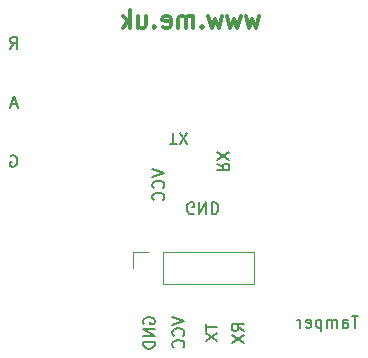
<source format=gbr>
%TF.GenerationSoftware,KiCad,Pcbnew,(5.1.9-0-10_14)*%
%TF.CreationDate,2021-04-13T15:10:33+01:00*%
%TF.ProjectId,PN532,504e3533-322e-46b6-9963-61645f706362,rev?*%
%TF.SameCoordinates,Original*%
%TF.FileFunction,Legend,Bot*%
%TF.FilePolarity,Positive*%
%FSLAX46Y46*%
G04 Gerber Fmt 4.6, Leading zero omitted, Abs format (unit mm)*
G04 Created by KiCad (PCBNEW (5.1.9-0-10_14)) date 2021-04-13 15:10:33*
%MOMM*%
%LPD*%
G01*
G04 APERTURE LIST*
%ADD10C,0.150000*%
%ADD11C,0.300000*%
%ADD12C,0.120000*%
G04 APERTURE END LIST*
D10*
X135195238Y-91052380D02*
X134623809Y-91052380D01*
X134909523Y-92052380D02*
X134909523Y-91052380D01*
X133861904Y-92052380D02*
X133861904Y-91528571D01*
X133909523Y-91433333D01*
X134004761Y-91385714D01*
X134195238Y-91385714D01*
X134290476Y-91433333D01*
X133861904Y-92004761D02*
X133957142Y-92052380D01*
X134195238Y-92052380D01*
X134290476Y-92004761D01*
X134338095Y-91909523D01*
X134338095Y-91814285D01*
X134290476Y-91719047D01*
X134195238Y-91671428D01*
X133957142Y-91671428D01*
X133861904Y-91623809D01*
X133385714Y-92052380D02*
X133385714Y-91385714D01*
X133385714Y-91480952D02*
X133338095Y-91433333D01*
X133242857Y-91385714D01*
X133100000Y-91385714D01*
X133004761Y-91433333D01*
X132957142Y-91528571D01*
X132957142Y-92052380D01*
X132957142Y-91528571D02*
X132909523Y-91433333D01*
X132814285Y-91385714D01*
X132671428Y-91385714D01*
X132576190Y-91433333D01*
X132528571Y-91528571D01*
X132528571Y-92052380D01*
X132052380Y-91385714D02*
X132052380Y-92385714D01*
X132052380Y-91433333D02*
X131957142Y-91385714D01*
X131766666Y-91385714D01*
X131671428Y-91433333D01*
X131623809Y-91480952D01*
X131576190Y-91576190D01*
X131576190Y-91861904D01*
X131623809Y-91957142D01*
X131671428Y-92004761D01*
X131766666Y-92052380D01*
X131957142Y-92052380D01*
X132052380Y-92004761D01*
X130766666Y-92004761D02*
X130861904Y-92052380D01*
X131052380Y-92052380D01*
X131147619Y-92004761D01*
X131195238Y-91909523D01*
X131195238Y-91528571D01*
X131147619Y-91433333D01*
X131052380Y-91385714D01*
X130861904Y-91385714D01*
X130766666Y-91433333D01*
X130719047Y-91528571D01*
X130719047Y-91623809D01*
X131195238Y-91719047D01*
X130290476Y-92052380D02*
X130290476Y-91385714D01*
X130290476Y-91576190D02*
X130242857Y-91480952D01*
X130195238Y-91433333D01*
X130100000Y-91385714D01*
X130004761Y-91385714D01*
D11*
X126785714Y-65678571D02*
X126500000Y-66678571D01*
X126214285Y-65964285D01*
X125928571Y-66678571D01*
X125642857Y-65678571D01*
X125214285Y-65678571D02*
X124928571Y-66678571D01*
X124642857Y-65964285D01*
X124357142Y-66678571D01*
X124071428Y-65678571D01*
X123642857Y-65678571D02*
X123357142Y-66678571D01*
X123071428Y-65964285D01*
X122785714Y-66678571D01*
X122500000Y-65678571D01*
X121928571Y-66535714D02*
X121857142Y-66607142D01*
X121928571Y-66678571D01*
X122000000Y-66607142D01*
X121928571Y-66535714D01*
X121928571Y-66678571D01*
X121214285Y-66678571D02*
X121214285Y-65678571D01*
X121214285Y-65821428D02*
X121142857Y-65750000D01*
X121000000Y-65678571D01*
X120785714Y-65678571D01*
X120642857Y-65750000D01*
X120571428Y-65892857D01*
X120571428Y-66678571D01*
X120571428Y-65892857D02*
X120500000Y-65750000D01*
X120357142Y-65678571D01*
X120142857Y-65678571D01*
X120000000Y-65750000D01*
X119928571Y-65892857D01*
X119928571Y-66678571D01*
X118642857Y-66607142D02*
X118785714Y-66678571D01*
X119071428Y-66678571D01*
X119214285Y-66607142D01*
X119285714Y-66464285D01*
X119285714Y-65892857D01*
X119214285Y-65750000D01*
X119071428Y-65678571D01*
X118785714Y-65678571D01*
X118642857Y-65750000D01*
X118571428Y-65892857D01*
X118571428Y-66035714D01*
X119285714Y-66178571D01*
X117928571Y-66535714D02*
X117857142Y-66607142D01*
X117928571Y-66678571D01*
X118000000Y-66607142D01*
X117928571Y-66535714D01*
X117928571Y-66678571D01*
X116571428Y-65678571D02*
X116571428Y-66678571D01*
X117214285Y-65678571D02*
X117214285Y-66464285D01*
X117142857Y-66607142D01*
X117000000Y-66678571D01*
X116785714Y-66678571D01*
X116642857Y-66607142D01*
X116571428Y-66535714D01*
X115857142Y-66678571D02*
X115857142Y-65178571D01*
X115714285Y-66107142D02*
X115285714Y-66678571D01*
X115285714Y-65678571D02*
X115857142Y-66250000D01*
D10*
X123247619Y-78166666D02*
X123723809Y-78500000D01*
X123247619Y-78738095D02*
X124247619Y-78738095D01*
X124247619Y-78357142D01*
X124200000Y-78261904D01*
X124152380Y-78214285D01*
X124057142Y-78166666D01*
X123914285Y-78166666D01*
X123819047Y-78214285D01*
X123771428Y-78261904D01*
X123723809Y-78357142D01*
X123723809Y-78738095D01*
X124247619Y-77833333D02*
X123247619Y-77166666D01*
X124247619Y-77166666D02*
X123247619Y-77833333D01*
X119238095Y-76547619D02*
X119809523Y-76547619D01*
X119523809Y-75547619D02*
X119523809Y-76547619D01*
X120047619Y-76547619D02*
X120714285Y-75547619D01*
X120714285Y-76547619D02*
X120047619Y-75547619D01*
X117752380Y-78666666D02*
X118752380Y-79000000D01*
X117752380Y-79333333D01*
X118657142Y-80238095D02*
X118704761Y-80190476D01*
X118752380Y-80047619D01*
X118752380Y-79952380D01*
X118704761Y-79809523D01*
X118609523Y-79714285D01*
X118514285Y-79666666D01*
X118323809Y-79619047D01*
X118180952Y-79619047D01*
X117990476Y-79666666D01*
X117895238Y-79714285D01*
X117800000Y-79809523D01*
X117752380Y-79952380D01*
X117752380Y-80047619D01*
X117800000Y-80190476D01*
X117847619Y-80238095D01*
X118657142Y-81238095D02*
X118704761Y-81190476D01*
X118752380Y-81047619D01*
X118752380Y-80952380D01*
X118704761Y-80809523D01*
X118609523Y-80714285D01*
X118514285Y-80666666D01*
X118323809Y-80619047D01*
X118180952Y-80619047D01*
X117990476Y-80666666D01*
X117895238Y-80714285D01*
X117800000Y-80809523D01*
X117752380Y-80952380D01*
X117752380Y-81047619D01*
X117800000Y-81190476D01*
X117847619Y-81238095D01*
X121238095Y-82400000D02*
X121142857Y-82447619D01*
X121000000Y-82447619D01*
X120857142Y-82400000D01*
X120761904Y-82304761D01*
X120714285Y-82209523D01*
X120666666Y-82019047D01*
X120666666Y-81876190D01*
X120714285Y-81685714D01*
X120761904Y-81590476D01*
X120857142Y-81495238D01*
X121000000Y-81447619D01*
X121095238Y-81447619D01*
X121238095Y-81495238D01*
X121285714Y-81542857D01*
X121285714Y-81876190D01*
X121095238Y-81876190D01*
X121714285Y-81447619D02*
X121714285Y-82447619D01*
X122285714Y-81447619D01*
X122285714Y-82447619D01*
X122761904Y-81447619D02*
X122761904Y-82447619D01*
X123000000Y-82447619D01*
X123142857Y-82400000D01*
X123238095Y-82304761D01*
X123285714Y-82209523D01*
X123333333Y-82019047D01*
X123333333Y-81876190D01*
X123285714Y-81685714D01*
X123238095Y-81590476D01*
X123142857Y-81495238D01*
X123000000Y-81447619D01*
X122761904Y-81447619D01*
X106238095Y-73166666D02*
X105761904Y-73166666D01*
X106333333Y-73452380D02*
X106000000Y-72452380D01*
X105666666Y-73452380D01*
X105738095Y-77500000D02*
X105833333Y-77452380D01*
X105976190Y-77452380D01*
X106119047Y-77500000D01*
X106214285Y-77595238D01*
X106261904Y-77690476D01*
X106309523Y-77880952D01*
X106309523Y-78023809D01*
X106261904Y-78214285D01*
X106214285Y-78309523D01*
X106119047Y-78404761D01*
X105976190Y-78452380D01*
X105880952Y-78452380D01*
X105738095Y-78404761D01*
X105690476Y-78357142D01*
X105690476Y-78023809D01*
X105880952Y-78023809D01*
X105690476Y-68452380D02*
X106023809Y-67976190D01*
X106261904Y-68452380D02*
X106261904Y-67452380D01*
X105880952Y-67452380D01*
X105785714Y-67500000D01*
X105738095Y-67547619D01*
X105690476Y-67642857D01*
X105690476Y-67785714D01*
X105738095Y-67880952D01*
X105785714Y-67928571D01*
X105880952Y-67976190D01*
X106261904Y-67976190D01*
X125482380Y-92333333D02*
X125006190Y-92000000D01*
X125482380Y-91761904D02*
X124482380Y-91761904D01*
X124482380Y-92142857D01*
X124530000Y-92238095D01*
X124577619Y-92285714D01*
X124672857Y-92333333D01*
X124815714Y-92333333D01*
X124910952Y-92285714D01*
X124958571Y-92238095D01*
X125006190Y-92142857D01*
X125006190Y-91761904D01*
X124482380Y-92666666D02*
X125482380Y-93333333D01*
X124482380Y-93333333D02*
X125482380Y-92666666D01*
X119452380Y-91166666D02*
X120452380Y-91500000D01*
X119452380Y-91833333D01*
X120357142Y-92738095D02*
X120404761Y-92690476D01*
X120452380Y-92547619D01*
X120452380Y-92452380D01*
X120404761Y-92309523D01*
X120309523Y-92214285D01*
X120214285Y-92166666D01*
X120023809Y-92119047D01*
X119880952Y-92119047D01*
X119690476Y-92166666D01*
X119595238Y-92214285D01*
X119500000Y-92309523D01*
X119452380Y-92452380D01*
X119452380Y-92547619D01*
X119500000Y-92690476D01*
X119547619Y-92738095D01*
X120357142Y-93738095D02*
X120404761Y-93690476D01*
X120452380Y-93547619D01*
X120452380Y-93452380D01*
X120404761Y-93309523D01*
X120309523Y-93214285D01*
X120214285Y-93166666D01*
X120023809Y-93119047D01*
X119880952Y-93119047D01*
X119690476Y-93166666D01*
X119595238Y-93214285D01*
X119500000Y-93309523D01*
X119452380Y-93452380D01*
X119452380Y-93547619D01*
X119500000Y-93690476D01*
X119547619Y-93738095D01*
X122262380Y-91738095D02*
X122262380Y-92309523D01*
X123262380Y-92023809D02*
X122262380Y-92023809D01*
X122262380Y-92547619D02*
X123262380Y-93214285D01*
X122262380Y-93214285D02*
X123262380Y-92547619D01*
X117000000Y-91738095D02*
X116952380Y-91642857D01*
X116952380Y-91500000D01*
X117000000Y-91357142D01*
X117095238Y-91261904D01*
X117190476Y-91214285D01*
X117380952Y-91166666D01*
X117523809Y-91166666D01*
X117714285Y-91214285D01*
X117809523Y-91261904D01*
X117904761Y-91357142D01*
X117952380Y-91500000D01*
X117952380Y-91595238D01*
X117904761Y-91738095D01*
X117857142Y-91785714D01*
X117523809Y-91785714D01*
X117523809Y-91595238D01*
X117952380Y-92214285D02*
X116952380Y-92214285D01*
X117952380Y-92785714D01*
X116952380Y-92785714D01*
X117952380Y-93261904D02*
X116952380Y-93261904D01*
X116952380Y-93500000D01*
X117000000Y-93642857D01*
X117095238Y-93738095D01*
X117190476Y-93785714D01*
X117380952Y-93833333D01*
X117523809Y-93833333D01*
X117714285Y-93785714D01*
X117809523Y-93738095D01*
X117904761Y-93642857D01*
X117952380Y-93500000D01*
X117952380Y-93261904D01*
D12*
%TO.C,J1*%
X126350000Y-85670000D02*
X126350000Y-88330000D01*
X118670000Y-85670000D02*
X126350000Y-85670000D01*
X118670000Y-88330000D02*
X126350000Y-88330000D01*
X118670000Y-85670000D02*
X118670000Y-88330000D01*
X117400000Y-85670000D02*
X116070000Y-85670000D01*
X116070000Y-85670000D02*
X116070000Y-87000000D01*
%TD*%
M02*

</source>
